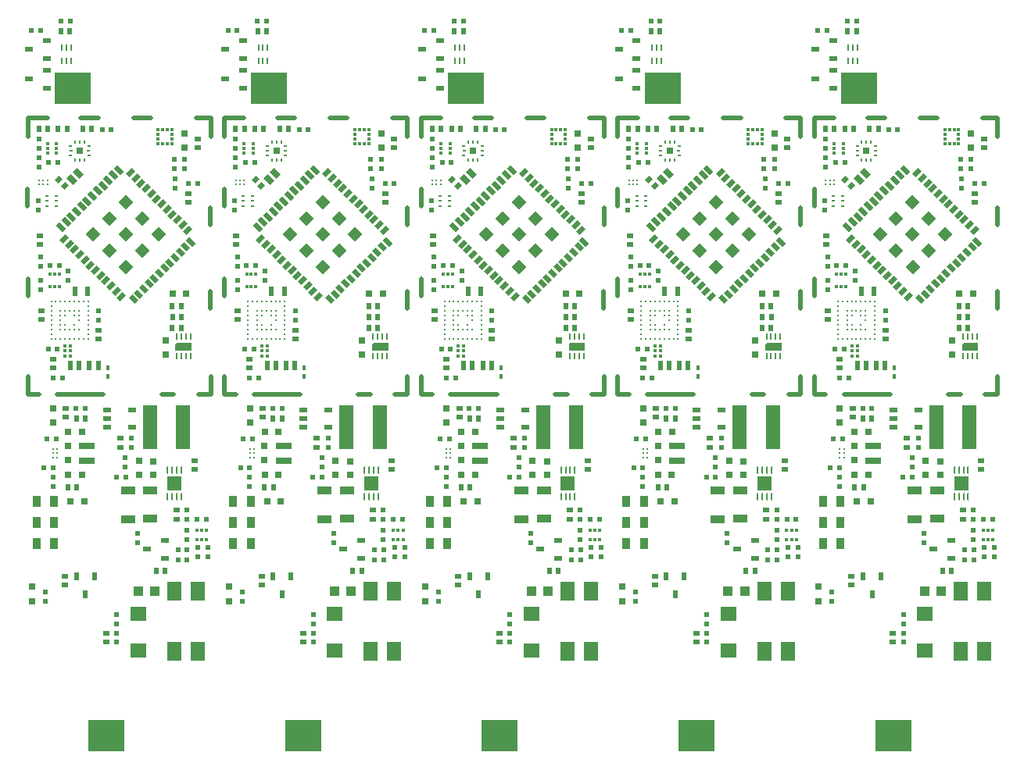
<source format=gbp>
G04*
G04 #@! TF.GenerationSoftware,Altium Limited,Altium Designer,19.1.8 (144)*
G04*
G04 Layer_Color=128*
%FSAX25Y25*%
%MOIN*%
G70*
G01*
G75*
%ADD19C,0.01181*%
%ADD21R,0.01968X0.02362*%
%ADD22R,0.15748X0.13780*%
%ADD23R,0.02520X0.02362*%
%ADD24R,0.06614X0.05984*%
%ADD25R,0.03937X0.03937*%
%ADD26R,0.02362X0.01968*%
%ADD27R,0.03150X0.03150*%
%ADD28R,0.06102X0.08268*%
%ADD29R,0.03740X0.01890*%
G04:AMPARAMS|DCode=30|XSize=39.37mil|YSize=23.62mil|CornerRadius=0mil|HoleSize=0mil|Usage=FLASHONLY|Rotation=315.000|XOffset=0mil|YOffset=0mil|HoleType=Round|Shape=Rectangle|*
%AMROTATEDRECTD30*
4,1,4,-0.02227,0.00557,-0.00557,0.02227,0.02227,-0.00557,0.00557,-0.02227,-0.02227,0.00557,0.0*
%
%ADD30ROTATEDRECTD30*%

%ADD31R,0.02362X0.02520*%
%ADD32R,0.03150X0.03150*%
%ADD38R,0.01575X0.01181*%
G04:AMPARAMS|DCode=41|XSize=24.41mil|YSize=22.44mil|CornerRadius=0mil|HoleSize=0mil|Usage=FLASHONLY|Rotation=225.000|XOffset=0mil|YOffset=0mil|HoleType=Round|Shape=Rectangle|*
%AMROTATEDRECTD41*
4,1,4,0.00070,0.01656,0.01656,0.00070,-0.00070,-0.01656,-0.01656,-0.00070,0.00070,0.01656,0.0*
%
%ADD41ROTATEDRECTD41*%

%ADD43R,0.02244X0.02441*%
%ADD44R,0.01181X0.01181*%
%ADD45R,0.01181X0.01181*%
%ADD46R,0.05906X0.06299*%
G04:AMPARAMS|DCode=47|XSize=9.84mil|YSize=33.47mil|CornerRadius=2.46mil|HoleSize=0mil|Usage=FLASHONLY|Rotation=180.000|XOffset=0mil|YOffset=0mil|HoleType=Round|Shape=RoundedRectangle|*
%AMROUNDEDRECTD47*
21,1,0.00984,0.02854,0,0,180.0*
21,1,0.00492,0.03347,0,0,180.0*
1,1,0.00492,-0.00246,0.01427*
1,1,0.00492,0.00246,0.01427*
1,1,0.00492,0.00246,-0.01427*
1,1,0.00492,-0.00246,-0.01427*
%
%ADD47ROUNDEDRECTD47*%
%ADD48R,0.05906X0.18504*%
%ADD50R,0.06299X0.03543*%
%ADD52R,0.01181X0.01575*%
%ADD54R,0.01181X0.01772*%
%ADD55R,0.01890X0.03740*%
%ADD56R,0.01968X0.01968*%
%ADD58R,0.02244X0.03937*%
%ADD59R,0.02362X0.03937*%
%ADD60R,0.01378X0.01968*%
%ADD61R,0.06693X0.02756*%
%ADD62R,0.03543X0.05118*%
%ADD124C,0.02165*%
G04:AMPARAMS|DCode=125|XSize=37.4mil|YSize=19.29mil|CornerRadius=0mil|HoleSize=0mil|Usage=FLASHONLY|Rotation=45.000|XOffset=0mil|YOffset=0mil|HoleType=Round|Shape=Rectangle|*
%AMROTATEDRECTD125*
4,1,4,-0.00640,-0.02004,-0.02004,-0.00640,0.00640,0.02004,0.02004,0.00640,-0.00640,-0.02004,0.0*
%
%ADD125ROTATEDRECTD125*%

G04:AMPARAMS|DCode=126|XSize=37.8mil|YSize=19.68mil|CornerRadius=0mil|HoleSize=0mil|Usage=FLASHONLY|Rotation=135.000|XOffset=0mil|YOffset=0mil|HoleType=Round|Shape=Rectangle|*
%AMROTATEDRECTD126*
4,1,4,0.02032,-0.00640,0.00640,-0.02032,-0.02032,0.00640,-0.00640,0.02032,0.02032,-0.00640,0.0*
%
%ADD126ROTATEDRECTD126*%

G04:AMPARAMS|DCode=127|XSize=37.4mil|YSize=19.29mil|CornerRadius=0mil|HoleSize=0mil|Usage=FLASHONLY|Rotation=135.000|XOffset=0mil|YOffset=0mil|HoleType=Round|Shape=Rectangle|*
%AMROTATEDRECTD127*
4,1,4,0.02004,-0.00640,0.00640,-0.02004,-0.02004,0.00640,-0.00640,0.02004,0.02004,-0.00640,0.0*
%
%ADD127ROTATEDRECTD127*%

G04:AMPARAMS|DCode=128|XSize=37.4mil|YSize=19.29mil|CornerRadius=0mil|HoleSize=0mil|Usage=FLASHONLY|Rotation=135.000|XOffset=0mil|YOffset=0mil|HoleType=Round|Shape=Rectangle|*
%AMROTATEDRECTD128*
4,1,4,0.02004,-0.00640,0.00640,-0.02004,-0.02004,0.00640,-0.00640,0.02004,0.02004,-0.00640,0.0*
%
%ADD128ROTATEDRECTD128*%

G04:AMPARAMS|DCode=129|XSize=43.31mil|YSize=43.31mil|CornerRadius=0mil|HoleSize=0mil|Usage=FLASHONLY|Rotation=135.000|XOffset=0mil|YOffset=0mil|HoleType=Round|Shape=RoundedRectangle|*
%AMROUNDEDRECTD129*
21,1,0.04331,0.04331,0,0,135.0*
21,1,0.04331,0.04331,0,0,135.0*
1,1,0.00000,0.00000,0.03062*
1,1,0.00000,0.03062,0.00000*
1,1,0.00000,0.00000,-0.03062*
1,1,0.00000,-0.03062,0.00000*
%
%ADD129ROUNDEDRECTD129*%
%ADD130P,0.06125X4X180.0*%
%ADD131R,0.01260X0.01654*%
%ADD132R,0.00984X0.01673*%
%ADD133R,0.01673X0.00984*%
%ADD134R,0.01772X0.00984*%
%ADD135R,0.00984X0.02953*%
%ADD136R,0.01654X0.01260*%
%ADD137R,0.01968X0.03937*%
%ADD138R,0.00984X0.02559*%
G36*
X0533406Y0399833D02*
X0533406Y0399193D01*
X0532323D01*
Y0400177D01*
X0533061Y0400177D01*
X0533406Y0399833D01*
D02*
G37*
G36*
X0449547D02*
X0449547Y0399193D01*
X0448465D01*
Y0400177D01*
X0449203Y0400177D01*
X0449547Y0399833D01*
D02*
G37*
G36*
X0365689D02*
X0365689Y0399193D01*
X0364606D01*
Y0400177D01*
X0365345Y0400177D01*
X0365689Y0399833D01*
D02*
G37*
G36*
X0281831D02*
X0281831Y0399193D01*
X0280748D01*
Y0400177D01*
X0281486Y0400177D01*
X0281831Y0399833D01*
D02*
G37*
G36*
X0197973D02*
X0197973Y0399193D01*
X0196890D01*
Y0400177D01*
X0197628Y0400177D01*
X0197973Y0399833D01*
D02*
G37*
G36*
X0547067Y0311339D02*
X0540217Y0311335D01*
X0540217Y0313819D01*
X0540808Y0314409D01*
X0547067Y0314410D01*
X0547067Y0311339D01*
D02*
G37*
G36*
X0463209D02*
X0456359Y0311335D01*
X0456358Y0313819D01*
X0456950Y0314409D01*
X0463209Y0314410D01*
X0463209Y0311339D01*
D02*
G37*
G36*
X0379350D02*
X0372501Y0311335D01*
X0372500Y0313819D01*
X0373091Y0314409D01*
X0379351Y0314410D01*
X0379350Y0311339D01*
D02*
G37*
G36*
X0295492D02*
X0288642Y0311335D01*
X0288642Y0313819D01*
X0289233Y0314409D01*
X0295492Y0314410D01*
X0295492Y0311339D01*
D02*
G37*
G36*
X0211634D02*
X0204784Y0311335D01*
X0204783Y0313819D01*
X0205375Y0314409D01*
X0211634Y0314410D01*
X0211634Y0311339D01*
D02*
G37*
D19*
X0153780Y0316339D02*
D03*
X0155748D02*
D03*
X0157717D02*
D03*
X0159685D02*
D03*
X0161654D02*
D03*
X0163622D02*
D03*
X0165591D02*
D03*
X0167559D02*
D03*
Y0318307D02*
D03*
X0155748Y0320276D02*
D03*
X0157717D02*
D03*
X0159685D02*
D03*
X0161654D02*
D03*
X0163622D02*
D03*
X0167559D02*
D03*
X0155748Y0322244D02*
D03*
X0157717D02*
D03*
X0161654D02*
D03*
X0167559D02*
D03*
X0155748Y0324213D02*
D03*
X0163622D02*
D03*
X0167559D02*
D03*
X0155748Y0326181D02*
D03*
X0157717D02*
D03*
X0161654D02*
D03*
X0163622D02*
D03*
X0167559D02*
D03*
X0155748Y0328150D02*
D03*
X0157717D02*
D03*
X0159685D02*
D03*
X0161654D02*
D03*
X0163622D02*
D03*
X0167559D02*
D03*
Y0330118D02*
D03*
X0153780Y0332087D02*
D03*
X0155748D02*
D03*
X0157717D02*
D03*
X0159685D02*
D03*
X0161654D02*
D03*
X0163622D02*
D03*
X0165591D02*
D03*
X0167559D02*
D03*
X0151811Y0316339D02*
D03*
Y0318307D02*
D03*
Y0320276D02*
D03*
Y0322244D02*
D03*
Y0324213D02*
D03*
Y0326181D02*
D03*
Y0328150D02*
D03*
Y0330118D02*
D03*
Y0332087D02*
D03*
X0146614Y0383917D02*
D03*
Y0382146D02*
D03*
X0148386Y0383917D02*
D03*
Y0382146D02*
D03*
X0150158Y0383917D02*
D03*
Y0382146D02*
D03*
X0154390Y0269213D02*
D03*
Y0267441D02*
D03*
Y0265669D02*
D03*
X0152618Y0269213D02*
D03*
Y0267441D02*
D03*
Y0265669D02*
D03*
X0237638Y0316339D02*
D03*
X0239606D02*
D03*
X0241575D02*
D03*
X0243543D02*
D03*
X0245512D02*
D03*
X0247481D02*
D03*
X0249449D02*
D03*
X0251417D02*
D03*
Y0318307D02*
D03*
X0239606Y0320276D02*
D03*
X0241575D02*
D03*
X0243543D02*
D03*
X0245512D02*
D03*
X0247481D02*
D03*
X0251417D02*
D03*
X0239606Y0322244D02*
D03*
X0241575D02*
D03*
X0245512D02*
D03*
X0251417D02*
D03*
X0239606Y0324213D02*
D03*
X0247481D02*
D03*
X0251417D02*
D03*
X0239606Y0326181D02*
D03*
X0241575D02*
D03*
X0245512D02*
D03*
X0247481D02*
D03*
X0251417D02*
D03*
X0239606Y0328150D02*
D03*
X0241575D02*
D03*
X0243543D02*
D03*
X0245512D02*
D03*
X0247481D02*
D03*
X0251417D02*
D03*
Y0330118D02*
D03*
X0237638Y0332087D02*
D03*
X0239606D02*
D03*
X0241575D02*
D03*
X0243543D02*
D03*
X0245512D02*
D03*
X0247481D02*
D03*
X0249449D02*
D03*
X0251417D02*
D03*
X0235669Y0316339D02*
D03*
Y0318307D02*
D03*
Y0320276D02*
D03*
Y0322244D02*
D03*
Y0324213D02*
D03*
Y0326181D02*
D03*
Y0328150D02*
D03*
Y0330118D02*
D03*
Y0332087D02*
D03*
X0230473Y0383917D02*
D03*
Y0382146D02*
D03*
X0232244Y0383917D02*
D03*
Y0382146D02*
D03*
X0234016Y0383917D02*
D03*
Y0382146D02*
D03*
X0238248Y0269213D02*
D03*
Y0267441D02*
D03*
Y0265669D02*
D03*
X0236476Y0269213D02*
D03*
Y0267441D02*
D03*
Y0265669D02*
D03*
X0321496Y0316339D02*
D03*
X0323465D02*
D03*
X0325433D02*
D03*
X0327402D02*
D03*
X0329370D02*
D03*
X0331339D02*
D03*
X0333307D02*
D03*
X0335276D02*
D03*
Y0318307D02*
D03*
X0323465Y0320276D02*
D03*
X0325433D02*
D03*
X0327402D02*
D03*
X0329370D02*
D03*
X0331339D02*
D03*
X0335276D02*
D03*
X0323465Y0322244D02*
D03*
X0325433D02*
D03*
X0329370D02*
D03*
X0335276D02*
D03*
X0323465Y0324213D02*
D03*
X0331339D02*
D03*
X0335276D02*
D03*
X0323465Y0326181D02*
D03*
X0325433D02*
D03*
X0329370D02*
D03*
X0331339D02*
D03*
X0335276D02*
D03*
X0323465Y0328150D02*
D03*
X0325433D02*
D03*
X0327402D02*
D03*
X0329370D02*
D03*
X0331339D02*
D03*
X0335276D02*
D03*
Y0330118D02*
D03*
X0321496Y0332087D02*
D03*
X0323465D02*
D03*
X0325433D02*
D03*
X0327402D02*
D03*
X0329370D02*
D03*
X0331339D02*
D03*
X0333307D02*
D03*
X0335276D02*
D03*
X0319528Y0316339D02*
D03*
Y0318307D02*
D03*
Y0320276D02*
D03*
Y0322244D02*
D03*
Y0324213D02*
D03*
Y0326181D02*
D03*
Y0328150D02*
D03*
Y0330118D02*
D03*
Y0332087D02*
D03*
X0314331Y0383917D02*
D03*
Y0382146D02*
D03*
X0316103Y0383917D02*
D03*
Y0382146D02*
D03*
X0317874Y0383917D02*
D03*
Y0382146D02*
D03*
X0322107Y0269213D02*
D03*
Y0267441D02*
D03*
Y0265669D02*
D03*
X0320335Y0269213D02*
D03*
Y0267441D02*
D03*
Y0265669D02*
D03*
X0405354Y0316339D02*
D03*
X0407323D02*
D03*
X0409292D02*
D03*
X0411260D02*
D03*
X0413229D02*
D03*
X0415197D02*
D03*
X0417166D02*
D03*
X0419134D02*
D03*
Y0318307D02*
D03*
X0407323Y0320276D02*
D03*
X0409292D02*
D03*
X0411260D02*
D03*
X0413229D02*
D03*
X0415197D02*
D03*
X0419134D02*
D03*
X0407323Y0322244D02*
D03*
X0409292D02*
D03*
X0413229D02*
D03*
X0419134D02*
D03*
X0407323Y0324213D02*
D03*
X0415197D02*
D03*
X0419134D02*
D03*
X0407323Y0326181D02*
D03*
X0409292D02*
D03*
X0413229D02*
D03*
X0415197D02*
D03*
X0419134D02*
D03*
X0407323Y0328150D02*
D03*
X0409292D02*
D03*
X0411260D02*
D03*
X0413229D02*
D03*
X0415197D02*
D03*
X0419134D02*
D03*
Y0330118D02*
D03*
X0405354Y0332087D02*
D03*
X0407323D02*
D03*
X0409292D02*
D03*
X0411260D02*
D03*
X0413229D02*
D03*
X0415197D02*
D03*
X0417166D02*
D03*
X0419134D02*
D03*
X0403386Y0316339D02*
D03*
Y0318307D02*
D03*
Y0320276D02*
D03*
Y0322244D02*
D03*
Y0324213D02*
D03*
Y0326181D02*
D03*
Y0328150D02*
D03*
Y0330118D02*
D03*
Y0332087D02*
D03*
X0398189Y0383917D02*
D03*
Y0382146D02*
D03*
X0399961Y0383917D02*
D03*
Y0382146D02*
D03*
X0401732Y0383917D02*
D03*
Y0382146D02*
D03*
X0405965Y0269213D02*
D03*
Y0267441D02*
D03*
Y0265669D02*
D03*
X0404193Y0269213D02*
D03*
Y0267441D02*
D03*
Y0265669D02*
D03*
X0489213Y0316339D02*
D03*
X0491181D02*
D03*
X0493150D02*
D03*
X0495118D02*
D03*
X0497087D02*
D03*
X0499055D02*
D03*
X0501024D02*
D03*
X0502992D02*
D03*
Y0318307D02*
D03*
X0491181Y0320276D02*
D03*
X0493150D02*
D03*
X0495118D02*
D03*
X0497087D02*
D03*
X0499055D02*
D03*
X0502992D02*
D03*
X0491181Y0322244D02*
D03*
X0493150D02*
D03*
X0497087D02*
D03*
X0502992D02*
D03*
X0491181Y0324213D02*
D03*
X0499055D02*
D03*
X0502992D02*
D03*
X0491181Y0326181D02*
D03*
X0493150D02*
D03*
X0497087D02*
D03*
X0499055D02*
D03*
X0502992D02*
D03*
X0491181Y0328150D02*
D03*
X0493150D02*
D03*
X0495118D02*
D03*
X0497087D02*
D03*
X0499055D02*
D03*
X0502992D02*
D03*
Y0330118D02*
D03*
X0489213Y0332087D02*
D03*
X0491181D02*
D03*
X0493150D02*
D03*
X0495118D02*
D03*
X0497087D02*
D03*
X0499055D02*
D03*
X0501024D02*
D03*
X0502992D02*
D03*
X0487244Y0316339D02*
D03*
Y0318307D02*
D03*
Y0320276D02*
D03*
Y0322244D02*
D03*
Y0324213D02*
D03*
Y0326181D02*
D03*
Y0328150D02*
D03*
Y0330118D02*
D03*
Y0332087D02*
D03*
X0482048Y0383917D02*
D03*
Y0382146D02*
D03*
X0483819Y0383917D02*
D03*
Y0382146D02*
D03*
X0485591Y0383917D02*
D03*
Y0382146D02*
D03*
X0489823Y0269213D02*
D03*
Y0267441D02*
D03*
Y0265669D02*
D03*
X0488051Y0269213D02*
D03*
Y0267441D02*
D03*
Y0265669D02*
D03*
D21*
X0155906Y0451929D02*
D03*
X0159843D02*
D03*
X0154725Y0391496D02*
D03*
X0150787D02*
D03*
X0210315Y0382598D02*
D03*
X0214252D02*
D03*
X0143307Y0447992D02*
D03*
X0147244D02*
D03*
X0179587Y0257248D02*
D03*
X0183524D02*
D03*
X0209803Y0226339D02*
D03*
X0205866D02*
D03*
X0209803Y0222008D02*
D03*
X0205866D02*
D03*
X0213937Y0239213D02*
D03*
X0217874D02*
D03*
X0151260Y0347520D02*
D03*
X0155197D02*
D03*
X0154410Y0311969D02*
D03*
X0150473D02*
D03*
X0156496Y0299646D02*
D03*
X0152559D02*
D03*
X0162402Y0286496D02*
D03*
X0166339D02*
D03*
X0149882Y0273504D02*
D03*
X0153819D02*
D03*
X0152559Y0261299D02*
D03*
X0148622D02*
D03*
X0239764Y0451929D02*
D03*
X0243701D02*
D03*
X0238583Y0391496D02*
D03*
X0234646D02*
D03*
X0294173Y0382598D02*
D03*
X0298110D02*
D03*
X0227166Y0447992D02*
D03*
X0231102D02*
D03*
X0263445Y0257248D02*
D03*
X0267382D02*
D03*
X0293661Y0226339D02*
D03*
X0289724D02*
D03*
X0293661Y0222008D02*
D03*
X0289724D02*
D03*
X0297796Y0239213D02*
D03*
X0301732D02*
D03*
X0235118Y0347520D02*
D03*
X0239055D02*
D03*
X0238268Y0311969D02*
D03*
X0234331D02*
D03*
X0240354Y0299646D02*
D03*
X0236418D02*
D03*
X0246260Y0286496D02*
D03*
X0250197D02*
D03*
X0233740Y0273504D02*
D03*
X0237677D02*
D03*
X0236418Y0261299D02*
D03*
X0232481D02*
D03*
X0323622Y0451929D02*
D03*
X0327559D02*
D03*
X0322441Y0391496D02*
D03*
X0318504D02*
D03*
X0378032Y0382598D02*
D03*
X0381969D02*
D03*
X0311024Y0447992D02*
D03*
X0314961D02*
D03*
X0347303Y0257248D02*
D03*
X0351240D02*
D03*
X0377520Y0226339D02*
D03*
X0373583D02*
D03*
X0377520Y0222008D02*
D03*
X0373583D02*
D03*
X0381654Y0239213D02*
D03*
X0385591D02*
D03*
X0318976Y0347520D02*
D03*
X0322914D02*
D03*
X0322126Y0311969D02*
D03*
X0318189D02*
D03*
X0324213Y0299646D02*
D03*
X0320276D02*
D03*
X0330118Y0286496D02*
D03*
X0334055D02*
D03*
X0317599Y0273504D02*
D03*
X0321536D02*
D03*
X0320276Y0261299D02*
D03*
X0316339D02*
D03*
X0407480Y0451929D02*
D03*
X0411417D02*
D03*
X0406299Y0391496D02*
D03*
X0402362D02*
D03*
X0461890Y0382598D02*
D03*
X0465827D02*
D03*
X0394882Y0447992D02*
D03*
X0398819D02*
D03*
X0431162Y0257248D02*
D03*
X0435099D02*
D03*
X0461378Y0226339D02*
D03*
X0457441D02*
D03*
X0461378Y0222008D02*
D03*
X0457441D02*
D03*
X0465512Y0239213D02*
D03*
X0469449D02*
D03*
X0402835Y0347520D02*
D03*
X0406772D02*
D03*
X0405984Y0311969D02*
D03*
X0402047D02*
D03*
X0408071Y0299646D02*
D03*
X0404134D02*
D03*
X0413977Y0286496D02*
D03*
X0417914D02*
D03*
X0401457Y0273504D02*
D03*
X0405394D02*
D03*
X0404134Y0261299D02*
D03*
X0400197D02*
D03*
X0491339Y0451929D02*
D03*
X0495276D02*
D03*
X0490158Y0391496D02*
D03*
X0486221D02*
D03*
X0545748Y0382598D02*
D03*
X0549685D02*
D03*
X0478740Y0447992D02*
D03*
X0482677D02*
D03*
X0515020Y0257248D02*
D03*
X0518957D02*
D03*
X0545236Y0226339D02*
D03*
X0541299D02*
D03*
X0545236Y0222008D02*
D03*
X0541299D02*
D03*
X0549370Y0239213D02*
D03*
X0553307D02*
D03*
X0486693Y0347520D02*
D03*
X0490630D02*
D03*
X0489843Y0311969D02*
D03*
X0485906D02*
D03*
X0491929Y0299646D02*
D03*
X0487992D02*
D03*
X0497835Y0286496D02*
D03*
X0501772D02*
D03*
X0485315Y0273504D02*
D03*
X0489252D02*
D03*
X0487992Y0261299D02*
D03*
X0484055D02*
D03*
D22*
X0160945Y0423189D02*
D03*
X0175394Y0146929D02*
D03*
X0244803Y0423189D02*
D03*
X0259252Y0146929D02*
D03*
X0328662Y0423189D02*
D03*
X0343110Y0146929D02*
D03*
X0412520Y0423189D02*
D03*
X0426969Y0146929D02*
D03*
X0496378Y0423189D02*
D03*
X0510827Y0146929D02*
D03*
D23*
X0175315Y0186851D02*
D03*
Y0190630D02*
D03*
X0181142Y0270039D02*
D03*
Y0273819D02*
D03*
X0146929Y0356378D02*
D03*
Y0360157D02*
D03*
X0210354Y0378268D02*
D03*
Y0374488D02*
D03*
X0214213Y0397913D02*
D03*
Y0401693D02*
D03*
X0158110Y0282717D02*
D03*
Y0286496D02*
D03*
X0212953Y0264213D02*
D03*
Y0260433D02*
D03*
X0205158Y0243150D02*
D03*
Y0239370D02*
D03*
X0172047Y0316220D02*
D03*
Y0320000D02*
D03*
X0147520Y0324410D02*
D03*
Y0328189D02*
D03*
X0157677Y0214921D02*
D03*
Y0211142D02*
D03*
X0152599Y0307677D02*
D03*
Y0303898D02*
D03*
X0259173Y0186851D02*
D03*
Y0190630D02*
D03*
X0265000Y0270039D02*
D03*
Y0273819D02*
D03*
X0230788Y0356378D02*
D03*
Y0360157D02*
D03*
X0294213Y0378268D02*
D03*
Y0374488D02*
D03*
X0298071Y0397913D02*
D03*
Y0401693D02*
D03*
X0241969Y0282717D02*
D03*
Y0286496D02*
D03*
X0296811Y0264213D02*
D03*
Y0260433D02*
D03*
X0289016Y0243150D02*
D03*
Y0239370D02*
D03*
X0255906Y0316220D02*
D03*
Y0320000D02*
D03*
X0231378Y0324410D02*
D03*
Y0328189D02*
D03*
X0241536Y0214921D02*
D03*
Y0211142D02*
D03*
X0236457Y0307677D02*
D03*
Y0303898D02*
D03*
X0343032Y0186851D02*
D03*
Y0190630D02*
D03*
X0348858Y0270039D02*
D03*
Y0273819D02*
D03*
X0314646Y0356378D02*
D03*
Y0360157D02*
D03*
X0378071Y0378268D02*
D03*
Y0374488D02*
D03*
X0381929Y0397913D02*
D03*
Y0401693D02*
D03*
X0325827Y0282717D02*
D03*
Y0286496D02*
D03*
X0380669Y0264213D02*
D03*
Y0260433D02*
D03*
X0372874Y0243150D02*
D03*
Y0239370D02*
D03*
X0339764Y0316220D02*
D03*
Y0320000D02*
D03*
X0315236Y0324410D02*
D03*
Y0328189D02*
D03*
X0325394Y0214921D02*
D03*
Y0211142D02*
D03*
X0320315Y0307677D02*
D03*
Y0303898D02*
D03*
X0426890Y0186851D02*
D03*
Y0190630D02*
D03*
X0432717Y0270039D02*
D03*
Y0273819D02*
D03*
X0398504Y0356378D02*
D03*
Y0360157D02*
D03*
X0461929Y0378268D02*
D03*
Y0374488D02*
D03*
X0465788Y0397913D02*
D03*
Y0401693D02*
D03*
X0409685Y0282717D02*
D03*
Y0286496D02*
D03*
X0464528Y0264213D02*
D03*
Y0260433D02*
D03*
X0456733Y0243150D02*
D03*
Y0239370D02*
D03*
X0423622Y0316220D02*
D03*
Y0320000D02*
D03*
X0399095Y0324410D02*
D03*
Y0328189D02*
D03*
X0409252Y0214921D02*
D03*
Y0211142D02*
D03*
X0404173Y0307677D02*
D03*
Y0303898D02*
D03*
X0510748Y0186851D02*
D03*
Y0190630D02*
D03*
X0516575Y0270039D02*
D03*
Y0273819D02*
D03*
X0482362Y0356378D02*
D03*
Y0360157D02*
D03*
X0545788Y0378268D02*
D03*
Y0374488D02*
D03*
X0549646Y0397913D02*
D03*
Y0401693D02*
D03*
X0493543Y0282717D02*
D03*
Y0286496D02*
D03*
X0548386Y0264213D02*
D03*
Y0260433D02*
D03*
X0540591Y0243150D02*
D03*
Y0239370D02*
D03*
X0507481Y0316220D02*
D03*
Y0320000D02*
D03*
X0482953Y0324410D02*
D03*
Y0328189D02*
D03*
X0493111Y0214921D02*
D03*
Y0211142D02*
D03*
X0488032Y0307677D02*
D03*
Y0303898D02*
D03*
D24*
X0188898Y0198839D02*
D03*
Y0183366D02*
D03*
X0272756Y0198839D02*
D03*
Y0183366D02*
D03*
X0356614Y0198839D02*
D03*
Y0183366D02*
D03*
X0440473Y0198839D02*
D03*
Y0183366D02*
D03*
X0524331Y0198839D02*
D03*
Y0183366D02*
D03*
D25*
X0195906Y0208543D02*
D03*
X0188819D02*
D03*
X0279764D02*
D03*
X0272677D02*
D03*
X0363622D02*
D03*
X0356536D02*
D03*
X0447480D02*
D03*
X0440394D02*
D03*
X0531339D02*
D03*
X0524252D02*
D03*
D26*
X0186063Y0273819D02*
D03*
Y0269882D02*
D03*
X0179725Y0198622D02*
D03*
Y0194685D02*
D03*
Y0190669D02*
D03*
Y0186732D02*
D03*
X0149370Y0208110D02*
D03*
Y0204173D02*
D03*
X0146536Y0389646D02*
D03*
Y0393583D02*
D03*
X0146142Y0375118D02*
D03*
Y0371181D02*
D03*
X0146536Y0401496D02*
D03*
Y0397559D02*
D03*
X0204213Y0388780D02*
D03*
Y0392717D02*
D03*
X0208622Y0388780D02*
D03*
Y0392717D02*
D03*
X0183425Y0261536D02*
D03*
Y0265473D02*
D03*
X0188543Y0229252D02*
D03*
Y0233189D02*
D03*
X0209607Y0230591D02*
D03*
Y0234528D02*
D03*
Y0239331D02*
D03*
Y0243268D02*
D03*
X0218701Y0227284D02*
D03*
Y0223346D02*
D03*
X0172047Y0328110D02*
D03*
Y0324173D02*
D03*
X0159134Y0341142D02*
D03*
Y0345079D02*
D03*
X0214370Y0227284D02*
D03*
Y0223346D02*
D03*
X0147402Y0347323D02*
D03*
Y0351260D02*
D03*
Y0341102D02*
D03*
Y0337165D02*
D03*
X0204646Y0380472D02*
D03*
Y0384409D02*
D03*
X0152520Y0257126D02*
D03*
Y0253189D02*
D03*
X0269921Y0273819D02*
D03*
Y0269882D02*
D03*
X0263583Y0198622D02*
D03*
Y0194685D02*
D03*
Y0190669D02*
D03*
Y0186732D02*
D03*
X0233228Y0208110D02*
D03*
Y0204173D02*
D03*
X0230394Y0389646D02*
D03*
Y0393583D02*
D03*
X0230000Y0375118D02*
D03*
Y0371181D02*
D03*
X0230394Y0401496D02*
D03*
Y0397559D02*
D03*
X0288071Y0388780D02*
D03*
Y0392717D02*
D03*
X0292480Y0388780D02*
D03*
Y0392717D02*
D03*
X0267284Y0261536D02*
D03*
Y0265473D02*
D03*
X0272402Y0229252D02*
D03*
Y0233189D02*
D03*
X0293465Y0230591D02*
D03*
Y0234528D02*
D03*
Y0239331D02*
D03*
Y0243268D02*
D03*
X0302559Y0227284D02*
D03*
Y0223346D02*
D03*
X0255906Y0328110D02*
D03*
Y0324173D02*
D03*
X0242992Y0341142D02*
D03*
Y0345079D02*
D03*
X0298229Y0227284D02*
D03*
Y0223346D02*
D03*
X0231260Y0347323D02*
D03*
Y0351260D02*
D03*
Y0341102D02*
D03*
Y0337165D02*
D03*
X0288504Y0380472D02*
D03*
Y0384409D02*
D03*
X0236378Y0257126D02*
D03*
Y0253189D02*
D03*
X0353780Y0273819D02*
D03*
Y0269882D02*
D03*
X0347441Y0198622D02*
D03*
Y0194685D02*
D03*
Y0190669D02*
D03*
Y0186732D02*
D03*
X0317087Y0208110D02*
D03*
Y0204173D02*
D03*
X0314252Y0389646D02*
D03*
Y0393583D02*
D03*
X0313858Y0375118D02*
D03*
Y0371181D02*
D03*
X0314252Y0401496D02*
D03*
Y0397559D02*
D03*
X0371929Y0388780D02*
D03*
Y0392717D02*
D03*
X0376339Y0388780D02*
D03*
Y0392717D02*
D03*
X0351142Y0261536D02*
D03*
Y0265473D02*
D03*
X0356260Y0229252D02*
D03*
Y0233189D02*
D03*
X0377323Y0230591D02*
D03*
Y0234528D02*
D03*
Y0239331D02*
D03*
Y0243268D02*
D03*
X0386418Y0227284D02*
D03*
Y0223346D02*
D03*
X0339764Y0328110D02*
D03*
Y0324173D02*
D03*
X0326851Y0341142D02*
D03*
Y0345079D02*
D03*
X0382087Y0227284D02*
D03*
Y0223346D02*
D03*
X0315118Y0347323D02*
D03*
Y0351260D02*
D03*
Y0341102D02*
D03*
Y0337165D02*
D03*
X0372362Y0380472D02*
D03*
Y0384409D02*
D03*
X0320236Y0257126D02*
D03*
Y0253189D02*
D03*
X0437638Y0273819D02*
D03*
Y0269882D02*
D03*
X0431299Y0198622D02*
D03*
Y0194685D02*
D03*
Y0190669D02*
D03*
Y0186732D02*
D03*
X0400945Y0208110D02*
D03*
Y0204173D02*
D03*
X0398110Y0389646D02*
D03*
Y0393583D02*
D03*
X0397717Y0375118D02*
D03*
Y0371181D02*
D03*
X0398110Y0401496D02*
D03*
Y0397559D02*
D03*
X0455788Y0388780D02*
D03*
Y0392717D02*
D03*
X0460197Y0388780D02*
D03*
Y0392717D02*
D03*
X0435000Y0261536D02*
D03*
Y0265473D02*
D03*
X0440118Y0229252D02*
D03*
Y0233189D02*
D03*
X0461181Y0230591D02*
D03*
Y0234528D02*
D03*
Y0239331D02*
D03*
Y0243268D02*
D03*
X0470276Y0227284D02*
D03*
Y0223346D02*
D03*
X0423622Y0328110D02*
D03*
Y0324173D02*
D03*
X0410709Y0341142D02*
D03*
Y0345079D02*
D03*
X0465945Y0227284D02*
D03*
Y0223346D02*
D03*
X0398977Y0347323D02*
D03*
Y0351260D02*
D03*
Y0341102D02*
D03*
Y0337165D02*
D03*
X0456221Y0380472D02*
D03*
Y0384409D02*
D03*
X0404095Y0257126D02*
D03*
Y0253189D02*
D03*
X0521496Y0273819D02*
D03*
Y0269882D02*
D03*
X0515158Y0198622D02*
D03*
Y0194685D02*
D03*
Y0190669D02*
D03*
Y0186732D02*
D03*
X0484803Y0208110D02*
D03*
Y0204173D02*
D03*
X0481969Y0389646D02*
D03*
Y0393583D02*
D03*
X0481575Y0375118D02*
D03*
Y0371181D02*
D03*
X0481969Y0401496D02*
D03*
Y0397559D02*
D03*
X0539646Y0388780D02*
D03*
Y0392717D02*
D03*
X0544055Y0388780D02*
D03*
Y0392717D02*
D03*
X0518858Y0261536D02*
D03*
Y0265473D02*
D03*
X0523977Y0229252D02*
D03*
Y0233189D02*
D03*
X0545040Y0230591D02*
D03*
Y0234528D02*
D03*
Y0239331D02*
D03*
Y0243268D02*
D03*
X0554134Y0227284D02*
D03*
Y0223346D02*
D03*
X0507481Y0328110D02*
D03*
Y0324173D02*
D03*
X0494567Y0341142D02*
D03*
Y0345079D02*
D03*
X0549803Y0227284D02*
D03*
Y0223346D02*
D03*
X0482835Y0347323D02*
D03*
Y0351260D02*
D03*
Y0341102D02*
D03*
Y0337165D02*
D03*
X0540079Y0380472D02*
D03*
Y0384409D02*
D03*
X0487953Y0257126D02*
D03*
Y0253189D02*
D03*
D27*
X0143701Y0210472D02*
D03*
Y0204173D02*
D03*
X0200532Y0309646D02*
D03*
Y0315551D02*
D03*
X0208622Y0403780D02*
D03*
Y0397874D02*
D03*
X0195471Y0264004D02*
D03*
Y0258099D02*
D03*
X0189251Y0264083D02*
D03*
Y0258178D02*
D03*
X0152638Y0280591D02*
D03*
Y0286496D02*
D03*
X0158937Y0270394D02*
D03*
Y0264488D02*
D03*
X0227559Y0210472D02*
D03*
Y0204173D02*
D03*
X0284390Y0309646D02*
D03*
Y0315551D02*
D03*
X0292480Y0403780D02*
D03*
Y0397874D02*
D03*
X0279329Y0264004D02*
D03*
Y0258099D02*
D03*
X0273109Y0264083D02*
D03*
Y0258178D02*
D03*
X0236496Y0280591D02*
D03*
Y0286496D02*
D03*
X0242795Y0270394D02*
D03*
Y0264488D02*
D03*
X0311418Y0210472D02*
D03*
Y0204173D02*
D03*
X0368248Y0309646D02*
D03*
Y0315551D02*
D03*
X0376339Y0403780D02*
D03*
Y0397874D02*
D03*
X0363188Y0264004D02*
D03*
Y0258099D02*
D03*
X0356967Y0264083D02*
D03*
Y0258178D02*
D03*
X0320355Y0280591D02*
D03*
Y0286496D02*
D03*
X0326654Y0270394D02*
D03*
Y0264488D02*
D03*
X0395276Y0210472D02*
D03*
Y0204173D02*
D03*
X0452107Y0309646D02*
D03*
Y0315551D02*
D03*
X0460197Y0403780D02*
D03*
Y0397874D02*
D03*
X0447046Y0264004D02*
D03*
Y0258099D02*
D03*
X0440825Y0264083D02*
D03*
Y0258178D02*
D03*
X0404213Y0280591D02*
D03*
Y0286496D02*
D03*
X0410512Y0270394D02*
D03*
Y0264488D02*
D03*
X0479134Y0210472D02*
D03*
Y0204173D02*
D03*
X0535965Y0309646D02*
D03*
Y0315551D02*
D03*
X0544055Y0403780D02*
D03*
Y0397874D02*
D03*
X0530904Y0264004D02*
D03*
Y0258099D02*
D03*
X0524684Y0264083D02*
D03*
Y0258178D02*
D03*
X0488071Y0280591D02*
D03*
Y0286496D02*
D03*
X0494370Y0270394D02*
D03*
Y0264488D02*
D03*
D28*
X0204252Y0208425D02*
D03*
X0214252Y0182835D02*
D03*
X0204252D02*
D03*
X0214252Y0208425D02*
D03*
X0288110D02*
D03*
X0298110Y0182835D02*
D03*
X0288110D02*
D03*
X0298110Y0208425D02*
D03*
X0371969D02*
D03*
X0381969Y0182835D02*
D03*
X0371969D02*
D03*
X0381969Y0208425D02*
D03*
X0455827D02*
D03*
X0465827Y0182835D02*
D03*
X0455827D02*
D03*
X0465827Y0208425D02*
D03*
X0539685D02*
D03*
X0549685Y0182835D02*
D03*
X0539685D02*
D03*
X0549685Y0208425D02*
D03*
D29*
X0175512Y0278504D02*
D03*
Y0285984D02*
D03*
X0186142D02*
D03*
Y0278504D02*
D03*
X0175512Y0282244D02*
D03*
X0149882Y0430945D02*
D03*
Y0423307D02*
D03*
X0142244Y0427126D02*
D03*
X0149882Y0443543D02*
D03*
Y0435906D02*
D03*
X0142244Y0439724D02*
D03*
X0200236Y0230315D02*
D03*
Y0222677D02*
D03*
X0192598Y0226496D02*
D03*
X0259370Y0278504D02*
D03*
Y0285984D02*
D03*
X0270000D02*
D03*
Y0278504D02*
D03*
X0259370Y0282244D02*
D03*
X0233740Y0430945D02*
D03*
Y0423307D02*
D03*
X0226102Y0427126D02*
D03*
X0233740Y0443543D02*
D03*
Y0435906D02*
D03*
X0226102Y0439724D02*
D03*
X0284095Y0230315D02*
D03*
Y0222677D02*
D03*
X0276457Y0226496D02*
D03*
X0343229Y0278504D02*
D03*
Y0285984D02*
D03*
X0353858D02*
D03*
Y0278504D02*
D03*
X0343229Y0282244D02*
D03*
X0317599Y0430945D02*
D03*
Y0423307D02*
D03*
X0309961Y0427126D02*
D03*
X0317599Y0443543D02*
D03*
Y0435906D02*
D03*
X0309961Y0439724D02*
D03*
X0367953Y0230315D02*
D03*
Y0222677D02*
D03*
X0360315Y0226496D02*
D03*
X0427087Y0278504D02*
D03*
Y0285984D02*
D03*
X0437717D02*
D03*
Y0278504D02*
D03*
X0427087Y0282244D02*
D03*
X0401457Y0430945D02*
D03*
Y0423307D02*
D03*
X0393819Y0427126D02*
D03*
X0401457Y0443543D02*
D03*
Y0435906D02*
D03*
X0393819Y0439724D02*
D03*
X0451811Y0230315D02*
D03*
Y0222677D02*
D03*
X0444173Y0226496D02*
D03*
X0510945Y0278504D02*
D03*
Y0285984D02*
D03*
X0521575D02*
D03*
Y0278504D02*
D03*
X0510945Y0282244D02*
D03*
X0485315Y0430945D02*
D03*
Y0423307D02*
D03*
X0477677Y0427126D02*
D03*
X0485315Y0443543D02*
D03*
Y0435906D02*
D03*
X0477677Y0439724D02*
D03*
X0535670Y0230315D02*
D03*
Y0222677D02*
D03*
X0528032Y0226496D02*
D03*
D30*
X0163384Y0386809D02*
D03*
X0160711Y0384136D02*
D03*
X0247242Y0386809D02*
D03*
X0244569Y0384136D02*
D03*
X0331100Y0386809D02*
D03*
X0328428Y0384136D02*
D03*
X0414958Y0386809D02*
D03*
X0412286Y0384136D02*
D03*
X0498817Y0386809D02*
D03*
X0496144Y0384136D02*
D03*
D31*
X0146536Y0405748D02*
D03*
X0150315D02*
D03*
X0165354Y0405748D02*
D03*
X0169134D02*
D03*
X0207224Y0330079D02*
D03*
X0203445D02*
D03*
X0158543Y0405748D02*
D03*
X0154764D02*
D03*
X0207264Y0325551D02*
D03*
X0203484D02*
D03*
X0159764Y0447599D02*
D03*
X0155984D02*
D03*
X0196536Y0217284D02*
D03*
X0200315D02*
D03*
X0203445Y0321024D02*
D03*
X0207224D02*
D03*
X0166339Y0282126D02*
D03*
X0162559D02*
D03*
X0162717Y0252835D02*
D03*
X0158937D02*
D03*
X0230394Y0405748D02*
D03*
X0234173D02*
D03*
X0249213Y0405748D02*
D03*
X0252992D02*
D03*
X0291083Y0330079D02*
D03*
X0287303D02*
D03*
X0242402Y0405748D02*
D03*
X0238622D02*
D03*
X0291122Y0325551D02*
D03*
X0287343D02*
D03*
X0243622Y0447599D02*
D03*
X0239843D02*
D03*
X0280394Y0217284D02*
D03*
X0284173D02*
D03*
X0287303Y0321024D02*
D03*
X0291083D02*
D03*
X0250197Y0282126D02*
D03*
X0246417D02*
D03*
X0246575Y0252835D02*
D03*
X0242795D02*
D03*
X0314252Y0405748D02*
D03*
X0318032D02*
D03*
X0333071Y0405748D02*
D03*
X0336851D02*
D03*
X0374941Y0330079D02*
D03*
X0371162D02*
D03*
X0326260Y0405748D02*
D03*
X0322481D02*
D03*
X0374980Y0325551D02*
D03*
X0371201D02*
D03*
X0327481Y0447599D02*
D03*
X0323701D02*
D03*
X0364252Y0217284D02*
D03*
X0368032D02*
D03*
X0371162Y0321024D02*
D03*
X0374941D02*
D03*
X0334055Y0282126D02*
D03*
X0330276D02*
D03*
X0330433Y0252835D02*
D03*
X0326654D02*
D03*
X0398110Y0405748D02*
D03*
X0401890D02*
D03*
X0416929Y0405748D02*
D03*
X0420709D02*
D03*
X0458799Y0330079D02*
D03*
X0455020D02*
D03*
X0410118Y0405748D02*
D03*
X0406339D02*
D03*
X0458839Y0325551D02*
D03*
X0455059D02*
D03*
X0411339Y0447599D02*
D03*
X0407559D02*
D03*
X0448110Y0217284D02*
D03*
X0451890D02*
D03*
X0455020Y0321024D02*
D03*
X0458799D02*
D03*
X0417914Y0282126D02*
D03*
X0414134D02*
D03*
X0414291Y0252835D02*
D03*
X0410512D02*
D03*
X0481969Y0405748D02*
D03*
X0485748D02*
D03*
X0500788Y0405748D02*
D03*
X0504567D02*
D03*
X0542658Y0330079D02*
D03*
X0538878D02*
D03*
X0493977Y0405748D02*
D03*
X0490197D02*
D03*
X0542697Y0325551D02*
D03*
X0538918D02*
D03*
X0495197Y0447599D02*
D03*
X0491418D02*
D03*
X0531969Y0217284D02*
D03*
X0535748D02*
D03*
X0538878Y0321024D02*
D03*
X0542658D02*
D03*
X0501772Y0282126D02*
D03*
X0497992D02*
D03*
X0498150Y0252835D02*
D03*
X0494370D02*
D03*
D32*
X0209410Y0335472D02*
D03*
X0203504D02*
D03*
X0163984Y0396417D02*
D03*
X0159016Y0276693D02*
D03*
X0164921D02*
D03*
X0164882Y0258189D02*
D03*
X0158976D02*
D03*
X0165906Y0246811D02*
D03*
X0160000D02*
D03*
X0293268Y0335472D02*
D03*
X0287362D02*
D03*
X0247843Y0396417D02*
D03*
X0242874Y0276693D02*
D03*
X0248780D02*
D03*
X0248740Y0258189D02*
D03*
X0242835D02*
D03*
X0249764Y0246811D02*
D03*
X0243858D02*
D03*
X0377126Y0335472D02*
D03*
X0371221D02*
D03*
X0331701Y0396417D02*
D03*
X0326732Y0276693D02*
D03*
X0332638D02*
D03*
X0332599Y0258189D02*
D03*
X0326693D02*
D03*
X0333622Y0246811D02*
D03*
X0327717D02*
D03*
X0460985Y0335472D02*
D03*
X0455079D02*
D03*
X0415559Y0396417D02*
D03*
X0410591Y0276693D02*
D03*
X0416496D02*
D03*
X0416457Y0258189D02*
D03*
X0410551D02*
D03*
X0417481Y0246811D02*
D03*
X0411575D02*
D03*
X0544843Y0335472D02*
D03*
X0538937D02*
D03*
X0499418Y0396417D02*
D03*
X0494449Y0276693D02*
D03*
X0500355D02*
D03*
X0500315Y0258189D02*
D03*
X0494410D02*
D03*
X0501339Y0246811D02*
D03*
X0495433D02*
D03*
D38*
X0154095Y0397520D02*
D03*
X0150158D02*
D03*
X0237953D02*
D03*
X0234016D02*
D03*
X0321811D02*
D03*
X0317874D02*
D03*
X0405669D02*
D03*
X0401732D02*
D03*
X0489528D02*
D03*
X0485591D02*
D03*
D41*
X0157568Y0381448D02*
D03*
X0154952Y0384064D02*
D03*
X0241427Y0381448D02*
D03*
X0238810Y0384064D02*
D03*
X0325285Y0381448D02*
D03*
X0322668Y0384064D02*
D03*
X0409143Y0381448D02*
D03*
X0406526Y0384064D02*
D03*
X0493002Y0381448D02*
D03*
X0490385Y0384064D02*
D03*
D43*
X0177323Y0405630D02*
D03*
X0173622D02*
D03*
X0261181D02*
D03*
X0257481D02*
D03*
X0345040D02*
D03*
X0341339D02*
D03*
X0428898D02*
D03*
X0425197D02*
D03*
X0512756D02*
D03*
X0509055D02*
D03*
D44*
X0197441Y0399685D02*
D03*
Y0401654D02*
D03*
Y0403622D02*
D03*
Y0405591D02*
D03*
X0203347D02*
D03*
Y0403622D02*
D03*
Y0401654D02*
D03*
Y0399685D02*
D03*
X0281299D02*
D03*
Y0401654D02*
D03*
Y0403622D02*
D03*
Y0405591D02*
D03*
X0287205D02*
D03*
Y0403622D02*
D03*
Y0401654D02*
D03*
Y0399685D02*
D03*
X0365158D02*
D03*
Y0401654D02*
D03*
Y0403622D02*
D03*
Y0405591D02*
D03*
X0371063D02*
D03*
Y0403622D02*
D03*
Y0401654D02*
D03*
Y0399685D02*
D03*
X0449016D02*
D03*
Y0401654D02*
D03*
Y0403622D02*
D03*
Y0405591D02*
D03*
X0454921D02*
D03*
Y0403622D02*
D03*
Y0401654D02*
D03*
Y0399685D02*
D03*
X0532874D02*
D03*
Y0401654D02*
D03*
Y0403622D02*
D03*
Y0405591D02*
D03*
X0538780D02*
D03*
Y0403622D02*
D03*
Y0401654D02*
D03*
Y0399685D02*
D03*
D45*
X0199410Y0405591D02*
D03*
X0201378Y0405591D02*
D03*
Y0399685D02*
D03*
X0199410D02*
D03*
X0160079Y0313347D02*
D03*
Y0311181D02*
D03*
Y0309016D02*
D03*
X0157717D02*
D03*
Y0311181D02*
D03*
Y0313347D02*
D03*
X0283268Y0405591D02*
D03*
X0285236Y0405591D02*
D03*
Y0399685D02*
D03*
X0283268D02*
D03*
X0243937Y0313347D02*
D03*
Y0311181D02*
D03*
Y0309016D02*
D03*
X0241575D02*
D03*
Y0311181D02*
D03*
Y0313347D02*
D03*
X0367126Y0405591D02*
D03*
X0369095Y0405591D02*
D03*
Y0399685D02*
D03*
X0367126D02*
D03*
X0327795Y0313347D02*
D03*
Y0311181D02*
D03*
Y0309016D02*
D03*
X0325433D02*
D03*
Y0311181D02*
D03*
Y0313347D02*
D03*
X0450984Y0405591D02*
D03*
X0452953Y0405591D02*
D03*
Y0399685D02*
D03*
X0450984D02*
D03*
X0411654Y0313347D02*
D03*
Y0311181D02*
D03*
Y0309016D02*
D03*
X0409292D02*
D03*
Y0311181D02*
D03*
Y0313347D02*
D03*
X0534843Y0405591D02*
D03*
X0536811Y0405591D02*
D03*
Y0399685D02*
D03*
X0534843D02*
D03*
X0495512Y0313347D02*
D03*
Y0311181D02*
D03*
Y0309016D02*
D03*
X0493150D02*
D03*
Y0311181D02*
D03*
Y0313347D02*
D03*
D46*
X0204408Y0254477D02*
D03*
X0288266D02*
D03*
X0372125D02*
D03*
X0455983D02*
D03*
X0539841D02*
D03*
D47*
X0207361Y0260186D02*
D03*
X0205392D02*
D03*
X0203424D02*
D03*
X0201455D02*
D03*
Y0248768D02*
D03*
X0203424D02*
D03*
X0205392D02*
D03*
X0207361D02*
D03*
X0291219Y0260186D02*
D03*
X0289251D02*
D03*
X0287282D02*
D03*
X0285314D02*
D03*
Y0248768D02*
D03*
X0287282D02*
D03*
X0289251D02*
D03*
X0291219D02*
D03*
X0375077Y0260186D02*
D03*
X0373109D02*
D03*
X0371140D02*
D03*
X0369172D02*
D03*
Y0248768D02*
D03*
X0371140D02*
D03*
X0373109D02*
D03*
X0375077D02*
D03*
X0458936Y0260186D02*
D03*
X0456967D02*
D03*
X0454999D02*
D03*
X0453030D02*
D03*
Y0248768D02*
D03*
X0454999D02*
D03*
X0456967D02*
D03*
X0458936D02*
D03*
X0542794Y0260186D02*
D03*
X0540826D02*
D03*
X0538857D02*
D03*
X0536889D02*
D03*
Y0248768D02*
D03*
X0538857D02*
D03*
X0540826D02*
D03*
X0542794D02*
D03*
D48*
X0193819Y0278622D02*
D03*
X0207992D02*
D03*
X0277677D02*
D03*
X0291850D02*
D03*
X0361536D02*
D03*
X0375709D02*
D03*
X0445394D02*
D03*
X0459567D02*
D03*
X0529252D02*
D03*
X0543425D02*
D03*
D50*
X0184526Y0251564D02*
D03*
Y0239359D02*
D03*
X0194132Y0251603D02*
D03*
Y0239398D02*
D03*
X0268384Y0251564D02*
D03*
Y0239359D02*
D03*
X0277991Y0251603D02*
D03*
Y0239398D02*
D03*
X0352243Y0251564D02*
D03*
Y0239359D02*
D03*
X0361849Y0251603D02*
D03*
Y0239398D02*
D03*
X0436101Y0251564D02*
D03*
Y0239359D02*
D03*
X0445707Y0251603D02*
D03*
Y0239398D02*
D03*
X0519959Y0251564D02*
D03*
Y0239359D02*
D03*
X0529566Y0251603D02*
D03*
Y0239398D02*
D03*
D52*
X0215945Y0230591D02*
D03*
Y0234528D02*
D03*
X0299803Y0230591D02*
D03*
Y0234528D02*
D03*
X0383662Y0230591D02*
D03*
Y0234528D02*
D03*
X0467520Y0230591D02*
D03*
Y0234528D02*
D03*
X0551378Y0230591D02*
D03*
Y0234528D02*
D03*
D54*
X0151299Y0338602D02*
D03*
X0153268D02*
D03*
X0155236D02*
D03*
X0151299Y0343917D02*
D03*
X0153268D02*
D03*
X0155236D02*
D03*
X0235158Y0338602D02*
D03*
X0237126D02*
D03*
X0239095D02*
D03*
X0235158Y0343917D02*
D03*
X0237126D02*
D03*
X0239095D02*
D03*
X0319016Y0338602D02*
D03*
X0320984D02*
D03*
X0322953D02*
D03*
X0319016Y0343917D02*
D03*
X0320984D02*
D03*
X0322953D02*
D03*
X0402874Y0338602D02*
D03*
X0404843D02*
D03*
X0406811D02*
D03*
X0402874Y0343917D02*
D03*
X0404843D02*
D03*
X0406811D02*
D03*
X0486732Y0338602D02*
D03*
X0488701D02*
D03*
X0490669D02*
D03*
X0486732Y0343917D02*
D03*
X0488701D02*
D03*
X0490669D02*
D03*
D55*
X0166378Y0207283D02*
D03*
X0170197Y0214921D02*
D03*
X0162559D02*
D03*
X0250236Y0207283D02*
D03*
X0254055Y0214921D02*
D03*
X0246417D02*
D03*
X0334095Y0207283D02*
D03*
X0337914Y0214921D02*
D03*
X0330276D02*
D03*
X0417953Y0207283D02*
D03*
X0421772Y0214921D02*
D03*
X0414134D02*
D03*
X0501811Y0207283D02*
D03*
X0505630Y0214921D02*
D03*
X0497992D02*
D03*
D56*
X0208209Y0312913D02*
D03*
X0292067D02*
D03*
X0375925D02*
D03*
X0459784D02*
D03*
X0543642D02*
D03*
D58*
X0160039Y0304882D02*
D03*
X0163740D02*
D03*
X0243898D02*
D03*
X0247599D02*
D03*
X0327756D02*
D03*
X0331457D02*
D03*
X0411614D02*
D03*
X0415315D02*
D03*
X0495473D02*
D03*
X0499173D02*
D03*
D59*
X0168110D02*
D03*
X0171890D02*
D03*
X0251969D02*
D03*
X0255748D02*
D03*
X0335827D02*
D03*
X0339606D02*
D03*
X0419685D02*
D03*
X0423465D02*
D03*
X0503544D02*
D03*
X0507323D02*
D03*
D60*
X0175945Y0303898D02*
D03*
Y0300354D02*
D03*
X0259803Y0303898D02*
D03*
Y0300354D02*
D03*
X0343662Y0303898D02*
D03*
Y0300354D02*
D03*
X0427520Y0303898D02*
D03*
Y0300354D02*
D03*
X0511378Y0303898D02*
D03*
Y0300354D02*
D03*
D61*
X0167008Y0270591D02*
D03*
Y0264291D02*
D03*
X0250866Y0270591D02*
D03*
Y0264291D02*
D03*
X0334725Y0270591D02*
D03*
Y0264291D02*
D03*
X0418583Y0270591D02*
D03*
Y0264291D02*
D03*
X0502441Y0270591D02*
D03*
Y0264291D02*
D03*
D62*
X0152992Y0246732D02*
D03*
X0145512D02*
D03*
X0152992Y0228773D02*
D03*
X0145512D02*
D03*
X0152992Y0237828D02*
D03*
X0145512D02*
D03*
X0236851Y0246732D02*
D03*
X0229370D02*
D03*
X0236851Y0228773D02*
D03*
X0229370D02*
D03*
X0236851Y0237828D02*
D03*
X0229370D02*
D03*
X0320709Y0246732D02*
D03*
X0313229D02*
D03*
X0320709Y0228773D02*
D03*
X0313229D02*
D03*
X0320709Y0237828D02*
D03*
X0313229D02*
D03*
X0404567Y0246732D02*
D03*
X0397087D02*
D03*
X0404567Y0228773D02*
D03*
X0397087D02*
D03*
X0404567Y0237828D02*
D03*
X0397087D02*
D03*
X0488425Y0246732D02*
D03*
X0480945D02*
D03*
X0488425Y0228773D02*
D03*
X0480945D02*
D03*
X0488425Y0237828D02*
D03*
X0480945D02*
D03*
D124*
X0141890Y0334449D02*
Y0341821D01*
X0141772Y0372756D02*
Y0380128D01*
X0164449Y0410630D02*
X0171821D01*
X0186890Y0410591D02*
X0194262D01*
X0219803Y0364754D02*
Y0372126D01*
X0154410Y0292638D02*
X0174095D01*
X0141811Y0402481D02*
Y0410630D01*
Y0292677D02*
Y0300118D01*
X0213504Y0410630D02*
X0219843D01*
X0141811D02*
X0150268D01*
X0219724Y0329095D02*
Y0336467D01*
X0219843Y0292677D02*
Y0300049D01*
Y0402520D02*
Y0410630D01*
X0214606Y0292677D02*
X0219843D01*
X0198898D02*
X0204134D01*
X0141811D02*
X0146614D01*
X0225748Y0334449D02*
Y0341821D01*
X0225630Y0372756D02*
Y0380128D01*
X0248307Y0410630D02*
X0255679D01*
X0270748Y0410591D02*
X0278120D01*
X0303662Y0364754D02*
Y0372126D01*
X0238268Y0292638D02*
X0257953D01*
X0225669Y0402481D02*
Y0410630D01*
Y0292677D02*
Y0300118D01*
X0297362Y0410630D02*
X0303701D01*
X0225669D02*
X0234126D01*
X0303583Y0329095D02*
Y0336467D01*
X0303701Y0292677D02*
Y0300049D01*
Y0402520D02*
Y0410630D01*
X0298465Y0292677D02*
X0303701D01*
X0282756D02*
X0287992D01*
X0225669D02*
X0230473D01*
X0309607Y0334449D02*
Y0341821D01*
X0309488Y0372756D02*
Y0380128D01*
X0332166Y0410630D02*
X0339538D01*
X0354607Y0410591D02*
X0361979D01*
X0387520Y0364754D02*
Y0372126D01*
X0322126Y0292638D02*
X0341811D01*
X0309528Y0402481D02*
Y0410630D01*
Y0292677D02*
Y0300118D01*
X0381221Y0410630D02*
X0387559D01*
X0309528D02*
X0317985D01*
X0387441Y0329095D02*
Y0336467D01*
X0387559Y0292677D02*
Y0300049D01*
Y0402520D02*
Y0410630D01*
X0382323Y0292677D02*
X0387559D01*
X0366614D02*
X0371851D01*
X0309528D02*
X0314331D01*
X0393465Y0334449D02*
Y0341821D01*
X0393347Y0372756D02*
Y0380128D01*
X0416024Y0410630D02*
X0423396D01*
X0438465Y0410591D02*
X0445837D01*
X0471378Y0364754D02*
Y0372126D01*
X0405984Y0292638D02*
X0425669D01*
X0393386Y0402481D02*
Y0410630D01*
Y0292677D02*
Y0300118D01*
X0465079Y0410630D02*
X0471418D01*
X0393386D02*
X0401843D01*
X0471299Y0329095D02*
Y0336467D01*
X0471418Y0292677D02*
Y0300049D01*
Y0402520D02*
Y0410630D01*
X0466181Y0292677D02*
X0471418D01*
X0450473D02*
X0455709D01*
X0393386D02*
X0398189D01*
X0477323Y0334449D02*
Y0341821D01*
X0477205Y0372756D02*
Y0380128D01*
X0499882Y0410630D02*
X0507254D01*
X0522323Y0410591D02*
X0529695D01*
X0555236Y0364754D02*
Y0372126D01*
X0489843Y0292638D02*
X0509528D01*
X0477244Y0402481D02*
Y0410630D01*
Y0292677D02*
Y0300118D01*
X0548937Y0410630D02*
X0555276D01*
X0477244D02*
X0485701D01*
X0555158Y0329095D02*
Y0336467D01*
X0555276Y0292677D02*
Y0300049D01*
Y0402520D02*
Y0410630D01*
X0550040Y0292677D02*
X0555276D01*
X0534331D02*
X0539567D01*
X0477244D02*
X0482048D01*
D125*
X0185566Y0387174D02*
D03*
X0187821Y0384919D02*
D03*
X0190048Y0382692D02*
D03*
X0192275Y0380466D02*
D03*
X0194503Y0378238D02*
D03*
X0196730Y0376011D02*
D03*
X0198957Y0373784D02*
D03*
X0201156Y0371585D02*
D03*
X0203383Y0369358D02*
D03*
X0205610Y0367130D02*
D03*
X0207837Y0364903D02*
D03*
X0210064Y0362621D02*
D03*
X0157143Y0358974D02*
D03*
X0159481Y0356635D02*
D03*
X0161736Y0354380D02*
D03*
X0163963Y0352154D02*
D03*
X0166190Y0349926D02*
D03*
X0168417Y0347699D02*
D03*
X0170645Y0345472D02*
D03*
X0172872Y0343245D02*
D03*
X0175071Y0341045D02*
D03*
X0177298Y0338819D02*
D03*
X0179553Y0336564D02*
D03*
X0181780Y0334337D02*
D03*
X0269425Y0387174D02*
D03*
X0271679Y0384919D02*
D03*
X0273907Y0382692D02*
D03*
X0276133Y0380466D02*
D03*
X0278361Y0378238D02*
D03*
X0280588Y0376011D02*
D03*
X0282815Y0373784D02*
D03*
X0285014Y0371585D02*
D03*
X0287241Y0369358D02*
D03*
X0289469Y0367130D02*
D03*
X0291696Y0364903D02*
D03*
X0293923Y0362621D02*
D03*
X0241001Y0358974D02*
D03*
X0243340Y0356635D02*
D03*
X0245595Y0354380D02*
D03*
X0247821Y0352154D02*
D03*
X0250049Y0349926D02*
D03*
X0252276Y0347699D02*
D03*
X0254503Y0345472D02*
D03*
X0256730Y0343245D02*
D03*
X0258929Y0341045D02*
D03*
X0261156Y0338819D02*
D03*
X0263411Y0336564D02*
D03*
X0265638Y0334337D02*
D03*
X0353283Y0387174D02*
D03*
X0355538Y0384919D02*
D03*
X0357765Y0382692D02*
D03*
X0359992Y0380466D02*
D03*
X0362219Y0378238D02*
D03*
X0364446Y0376011D02*
D03*
X0366673Y0373784D02*
D03*
X0368873Y0371585D02*
D03*
X0371099Y0369358D02*
D03*
X0373327Y0367130D02*
D03*
X0375554Y0364903D02*
D03*
X0377781Y0362621D02*
D03*
X0324859Y0358974D02*
D03*
X0327198Y0356635D02*
D03*
X0329453Y0354380D02*
D03*
X0331680Y0352154D02*
D03*
X0333907Y0349926D02*
D03*
X0336134Y0347699D02*
D03*
X0338361Y0345472D02*
D03*
X0340588Y0343245D02*
D03*
X0342788Y0341045D02*
D03*
X0345015Y0338819D02*
D03*
X0347270Y0336564D02*
D03*
X0349497Y0334337D02*
D03*
X0437141Y0387174D02*
D03*
X0439396Y0384919D02*
D03*
X0441623Y0382692D02*
D03*
X0443850Y0380466D02*
D03*
X0446077Y0378238D02*
D03*
X0448305Y0376011D02*
D03*
X0450531Y0373784D02*
D03*
X0452731Y0371585D02*
D03*
X0454958Y0369358D02*
D03*
X0457185Y0367130D02*
D03*
X0459412Y0364903D02*
D03*
X0461639Y0362621D02*
D03*
X0408717Y0358974D02*
D03*
X0411056Y0356635D02*
D03*
X0413311Y0354380D02*
D03*
X0415538Y0352154D02*
D03*
X0417765Y0349926D02*
D03*
X0419992Y0347699D02*
D03*
X0422220Y0345472D02*
D03*
X0424446Y0343245D02*
D03*
X0426646Y0341045D02*
D03*
X0428873Y0338819D02*
D03*
X0431128Y0336564D02*
D03*
X0433355Y0334337D02*
D03*
X0520999Y0387174D02*
D03*
X0523254Y0384919D02*
D03*
X0525482Y0382692D02*
D03*
X0527708Y0380466D02*
D03*
X0529936Y0378238D02*
D03*
X0532163Y0376011D02*
D03*
X0534390Y0373784D02*
D03*
X0536589Y0371585D02*
D03*
X0538816Y0369358D02*
D03*
X0541044Y0367130D02*
D03*
X0543271Y0364903D02*
D03*
X0545498Y0362621D02*
D03*
X0492576Y0358974D02*
D03*
X0494914Y0356635D02*
D03*
X0497169Y0354380D02*
D03*
X0499396Y0352154D02*
D03*
X0501623Y0349926D02*
D03*
X0503851Y0347699D02*
D03*
X0506078Y0345472D02*
D03*
X0508305Y0343245D02*
D03*
X0510504Y0341045D02*
D03*
X0512731Y0338819D02*
D03*
X0514986Y0336564D02*
D03*
X0517213Y0334337D02*
D03*
D126*
X0156001Y0363874D02*
D03*
X0158228Y0366101D02*
D03*
X0160456Y0368328D02*
D03*
X0162683Y0370555D02*
D03*
X0164910Y0372782D02*
D03*
X0167137Y0375009D02*
D03*
X0169364Y0377236D02*
D03*
X0171591Y0379463D02*
D03*
X0173818Y0381690D02*
D03*
X0176045Y0383917D02*
D03*
X0178272Y0386145D02*
D03*
X0180499Y0388372D02*
D03*
X0211317Y0357610D02*
D03*
X0239860Y0363874D02*
D03*
X0242087Y0366101D02*
D03*
X0244314Y0368328D02*
D03*
X0246541Y0370555D02*
D03*
X0248768Y0372782D02*
D03*
X0250995Y0375009D02*
D03*
X0253222Y0377236D02*
D03*
X0255449Y0379463D02*
D03*
X0257677Y0381690D02*
D03*
X0259904Y0383917D02*
D03*
X0262131Y0386145D02*
D03*
X0264358Y0388372D02*
D03*
X0295175Y0357610D02*
D03*
X0323718Y0363874D02*
D03*
X0325945Y0366101D02*
D03*
X0328172Y0368328D02*
D03*
X0330399Y0370555D02*
D03*
X0332626Y0372782D02*
D03*
X0334854Y0375009D02*
D03*
X0337081Y0377236D02*
D03*
X0339308Y0379463D02*
D03*
X0341535Y0381690D02*
D03*
X0343762Y0383917D02*
D03*
X0345989Y0386145D02*
D03*
X0348216Y0388372D02*
D03*
X0379034Y0357610D02*
D03*
X0407576Y0363874D02*
D03*
X0409803Y0366101D02*
D03*
X0412030Y0368328D02*
D03*
X0414258Y0370555D02*
D03*
X0416485Y0372782D02*
D03*
X0418712Y0375009D02*
D03*
X0420939Y0377236D02*
D03*
X0423166Y0379463D02*
D03*
X0425393Y0381690D02*
D03*
X0427620Y0383917D02*
D03*
X0429847Y0386145D02*
D03*
X0432074Y0388372D02*
D03*
X0462892Y0357610D02*
D03*
X0491434Y0363874D02*
D03*
X0493662Y0366101D02*
D03*
X0495889Y0368328D02*
D03*
X0498116Y0370555D02*
D03*
X0500343Y0372782D02*
D03*
X0502570Y0375009D02*
D03*
X0504797Y0377236D02*
D03*
X0507024Y0379463D02*
D03*
X0509251Y0381690D02*
D03*
X0511479Y0383917D02*
D03*
X0513706Y0386145D02*
D03*
X0515933Y0388372D02*
D03*
X0546750Y0357610D02*
D03*
D127*
X0186819Y0333083D02*
D03*
X0189046Y0335311D02*
D03*
X0191273Y0337538D02*
D03*
X0193500Y0339765D02*
D03*
X0195728Y0341992D02*
D03*
X0197954Y0344220D02*
D03*
X0200182Y0346446D02*
D03*
X0202409Y0348673D02*
D03*
X0206863Y0353128D02*
D03*
X0209118Y0355383D02*
D03*
X0270677Y0333083D02*
D03*
X0272904Y0335311D02*
D03*
X0275131Y0337538D02*
D03*
X0277359Y0339765D02*
D03*
X0279586Y0341992D02*
D03*
X0281813Y0344220D02*
D03*
X0284040Y0346446D02*
D03*
X0286267Y0348673D02*
D03*
X0290721Y0353128D02*
D03*
X0292976Y0355383D02*
D03*
X0354536Y0333083D02*
D03*
X0356763Y0335311D02*
D03*
X0358990Y0337538D02*
D03*
X0361217Y0339765D02*
D03*
X0363444Y0341992D02*
D03*
X0365671Y0344220D02*
D03*
X0367898Y0346446D02*
D03*
X0370125Y0348673D02*
D03*
X0374579Y0353128D02*
D03*
X0376834Y0355383D02*
D03*
X0438394Y0333083D02*
D03*
X0440621Y0335311D02*
D03*
X0442848Y0337538D02*
D03*
X0445075Y0339765D02*
D03*
X0447302Y0341992D02*
D03*
X0449529Y0344220D02*
D03*
X0451756Y0346446D02*
D03*
X0453984Y0348673D02*
D03*
X0458438Y0353128D02*
D03*
X0460693Y0355383D02*
D03*
X0522252Y0333083D02*
D03*
X0524479Y0335311D02*
D03*
X0526706Y0337538D02*
D03*
X0528934Y0339765D02*
D03*
X0531161Y0341992D02*
D03*
X0533388Y0344220D02*
D03*
X0535615Y0346446D02*
D03*
X0537842Y0348673D02*
D03*
X0542296Y0353128D02*
D03*
X0544551Y0355383D02*
D03*
D128*
X0204638Y0350899D02*
D03*
X0288496D02*
D03*
X0372354D02*
D03*
X0456212D02*
D03*
X0540071D02*
D03*
D129*
X0197573Y0360747D02*
D03*
X0281431D02*
D03*
X0365290D02*
D03*
X0449148D02*
D03*
X0533006D02*
D03*
D130*
X0190613Y0367707D02*
D03*
X0183654Y0374667D02*
D03*
X0190613Y0353787D02*
D03*
X0183654Y0360747D02*
D03*
X0176694Y0367707D02*
D03*
X0183723Y0346758D02*
D03*
X0176694Y0353787D02*
D03*
X0169734Y0360747D02*
D03*
X0274472Y0367707D02*
D03*
X0267512Y0374667D02*
D03*
X0274472Y0353787D02*
D03*
X0267512Y0360747D02*
D03*
X0260552Y0367707D02*
D03*
X0267582Y0346758D02*
D03*
X0260552Y0353787D02*
D03*
X0253592Y0360747D02*
D03*
X0358330Y0367707D02*
D03*
X0351370Y0374667D02*
D03*
X0358330Y0353787D02*
D03*
X0351370Y0360747D02*
D03*
X0344411Y0367707D02*
D03*
X0351440Y0346758D02*
D03*
X0344411Y0353787D02*
D03*
X0337451Y0360747D02*
D03*
X0442188Y0367707D02*
D03*
X0435229Y0374667D02*
D03*
X0442188Y0353787D02*
D03*
X0435229Y0360747D02*
D03*
X0428269Y0367707D02*
D03*
X0435298Y0346758D02*
D03*
X0428269Y0353787D02*
D03*
X0421309Y0360747D02*
D03*
X0526047Y0367707D02*
D03*
X0519087Y0374667D02*
D03*
X0526047Y0353787D02*
D03*
X0519087Y0360747D02*
D03*
X0512127Y0367707D02*
D03*
X0519157Y0346758D02*
D03*
X0512127Y0353787D02*
D03*
X0505167Y0360747D02*
D03*
D131*
X0154095Y0395433D02*
D03*
Y0399606D02*
D03*
X0150158Y0395433D02*
D03*
Y0399606D02*
D03*
X0237953Y0395433D02*
D03*
Y0399606D02*
D03*
X0234016Y0395433D02*
D03*
Y0399606D02*
D03*
X0321811Y0395433D02*
D03*
Y0399606D02*
D03*
X0317874Y0395433D02*
D03*
Y0399606D02*
D03*
X0405669Y0395433D02*
D03*
Y0399606D02*
D03*
X0401732Y0395433D02*
D03*
Y0399606D02*
D03*
X0489528Y0395433D02*
D03*
Y0399606D02*
D03*
X0485591Y0395433D02*
D03*
Y0399606D02*
D03*
D132*
X0162016Y0392492D02*
D03*
X0163984Y0392630D02*
D03*
X0165953Y0392492D02*
D03*
Y0400345D02*
D03*
X0163984Y0400207D02*
D03*
X0162016Y0400345D02*
D03*
X0245874Y0392492D02*
D03*
X0247843Y0392630D02*
D03*
X0249811Y0392492D02*
D03*
Y0400345D02*
D03*
X0247843Y0400207D02*
D03*
X0245874Y0400345D02*
D03*
X0329732Y0392492D02*
D03*
X0331701Y0392630D02*
D03*
X0333669Y0392492D02*
D03*
Y0400345D02*
D03*
X0331701Y0400207D02*
D03*
X0329732Y0400345D02*
D03*
X0413591Y0392492D02*
D03*
X0415559Y0392630D02*
D03*
X0417528Y0392492D02*
D03*
Y0400345D02*
D03*
X0415559Y0400207D02*
D03*
X0413591Y0400345D02*
D03*
X0497449Y0392492D02*
D03*
X0499418Y0392630D02*
D03*
X0501386Y0392492D02*
D03*
Y0400345D02*
D03*
X0499418Y0400207D02*
D03*
X0497449Y0400345D02*
D03*
D133*
X0167910Y0394449D02*
D03*
X0167772Y0396417D02*
D03*
X0167910Y0398386D02*
D03*
X0160059D02*
D03*
X0160197Y0396417D02*
D03*
X0160059Y0394449D02*
D03*
X0251768D02*
D03*
X0251630Y0396417D02*
D03*
X0251768Y0398386D02*
D03*
X0243917D02*
D03*
X0244055Y0396417D02*
D03*
X0243917Y0394449D02*
D03*
X0335626D02*
D03*
X0335488Y0396417D02*
D03*
X0335626Y0398386D02*
D03*
X0327776D02*
D03*
X0327914Y0396417D02*
D03*
X0327776Y0394449D02*
D03*
X0419485D02*
D03*
X0419347Y0396417D02*
D03*
X0419485Y0398386D02*
D03*
X0411634D02*
D03*
X0411772Y0396417D02*
D03*
X0411634Y0394449D02*
D03*
X0503343D02*
D03*
X0503205Y0396417D02*
D03*
X0503343Y0398386D02*
D03*
X0495492D02*
D03*
X0495630Y0396417D02*
D03*
X0495492Y0394449D02*
D03*
D134*
X0153858Y0372953D02*
D03*
X0153858Y0375118D02*
D03*
Y0377284D02*
D03*
X0149921Y0372953D02*
D03*
Y0375118D02*
D03*
X0149921Y0377284D02*
D03*
X0237717Y0372953D02*
D03*
X0237717Y0375118D02*
D03*
Y0377284D02*
D03*
X0233780Y0372953D02*
D03*
Y0375118D02*
D03*
X0233780Y0377284D02*
D03*
X0321575Y0372953D02*
D03*
X0321575Y0375118D02*
D03*
Y0377284D02*
D03*
X0317638Y0372953D02*
D03*
Y0375118D02*
D03*
X0317638Y0377284D02*
D03*
X0405433Y0372953D02*
D03*
X0405433Y0375118D02*
D03*
Y0377284D02*
D03*
X0401496Y0372953D02*
D03*
Y0375118D02*
D03*
X0401496Y0377284D02*
D03*
X0489292Y0372953D02*
D03*
X0489292Y0375118D02*
D03*
Y0377284D02*
D03*
X0485355Y0372953D02*
D03*
Y0375118D02*
D03*
X0485355Y0377284D02*
D03*
D135*
X0160236Y0440512D02*
D03*
X0158268D02*
D03*
X0156299D02*
D03*
Y0435000D02*
D03*
X0158268D02*
D03*
X0160236D02*
D03*
X0244095Y0440512D02*
D03*
X0242126D02*
D03*
X0240158D02*
D03*
Y0435000D02*
D03*
X0242126D02*
D03*
X0244095D02*
D03*
X0327953Y0440512D02*
D03*
X0325984D02*
D03*
X0324016D02*
D03*
Y0435000D02*
D03*
X0325984D02*
D03*
X0327953D02*
D03*
X0411811Y0440512D02*
D03*
X0409843D02*
D03*
X0407874D02*
D03*
Y0435000D02*
D03*
X0409843D02*
D03*
X0411811D02*
D03*
X0495670Y0440512D02*
D03*
X0493701D02*
D03*
X0491733D02*
D03*
Y0435000D02*
D03*
X0493701D02*
D03*
X0495670D02*
D03*
D136*
X0213859Y0230591D02*
D03*
X0218032D02*
D03*
X0213859Y0234528D02*
D03*
X0218032D02*
D03*
X0297717Y0230591D02*
D03*
X0301890D02*
D03*
X0297717Y0234528D02*
D03*
X0301890D02*
D03*
X0381575Y0230591D02*
D03*
X0385748D02*
D03*
X0381575Y0234528D02*
D03*
X0385748D02*
D03*
X0465433Y0230591D02*
D03*
X0469607D02*
D03*
X0465433Y0234528D02*
D03*
X0469607D02*
D03*
X0549292Y0230591D02*
D03*
X0553465D02*
D03*
X0549292Y0234528D02*
D03*
X0553465D02*
D03*
D137*
X0167349Y0336378D02*
D03*
X0161837D02*
D03*
X0251208D02*
D03*
X0245696D02*
D03*
X0335066D02*
D03*
X0329554D02*
D03*
X0418924D02*
D03*
X0413412D02*
D03*
X0502782D02*
D03*
X0497271D02*
D03*
D138*
X0205256Y0308780D02*
D03*
X0207224D02*
D03*
X0209193D02*
D03*
X0211161D02*
D03*
Y0317047D02*
D03*
X0209193D02*
D03*
X0207224D02*
D03*
X0205256D02*
D03*
X0289114Y0308780D02*
D03*
X0291083D02*
D03*
X0293051D02*
D03*
X0295020D02*
D03*
Y0317047D02*
D03*
X0293051D02*
D03*
X0291083D02*
D03*
X0289114D02*
D03*
X0372973Y0308780D02*
D03*
X0374941D02*
D03*
X0376910D02*
D03*
X0378878D02*
D03*
Y0317047D02*
D03*
X0376910D02*
D03*
X0374941D02*
D03*
X0372973D02*
D03*
X0456831Y0308780D02*
D03*
X0458799D02*
D03*
X0460768D02*
D03*
X0462736D02*
D03*
Y0317047D02*
D03*
X0460768D02*
D03*
X0458799D02*
D03*
X0456831D02*
D03*
X0540689Y0308780D02*
D03*
X0542658D02*
D03*
X0544626D02*
D03*
X0546595D02*
D03*
Y0317047D02*
D03*
X0544626D02*
D03*
X0542658D02*
D03*
X0540689D02*
D03*
M02*

</source>
